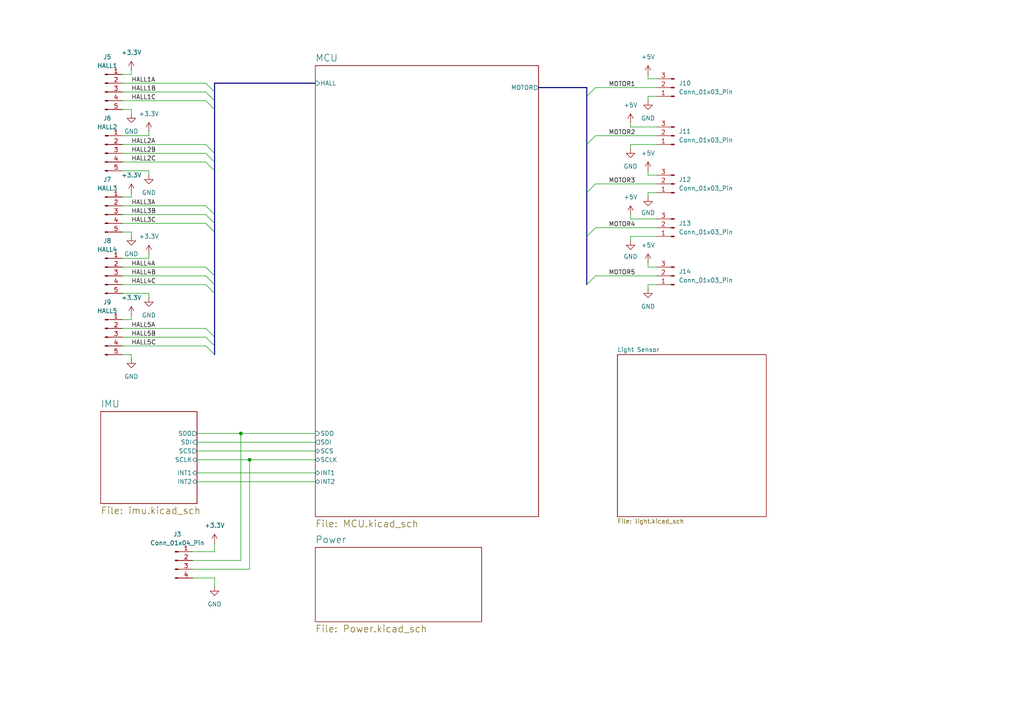
<source format=kicad_sch>
(kicad_sch (version 20231120) (generator "eeschema") (generator_version "8.0")
  (paper "A4")
  (title_block (title "Main") (date "2024-06-14") (rev "V1.0.0"))
  (lib_symbols
    (symbol "Connector:Conn_01x03_Pin" (pin_names (offset 1.016) hide)
      (property "Reference" "J" (at 0 5.08 0))
      (property "Value" "Conn_01x03_Pin" (at 0 -5.08 0))
      (symbol "Conn_01x03_Pin_1_1"
        (polyline (pts (xy 1.27 -2.54) (xy 0.8636 -2.54)) (stroke (width 0.1524)))
        (polyline (pts (xy 1.27 0) (xy 0.8636 0)) (stroke (width 0.1524)))
        (polyline (pts (xy 1.27 2.54) (xy 0.8636 2.54)) (stroke (width 0.1524)))
        (rectangle (start 0.8636 -2.413) (end 0 -2.667) (stroke (width 0.1524)) (fill (type outline)))
        (rectangle (start 0.8636 0.127) (end 0 -0.127) (stroke (width 0.1524)) (fill (type outline)))
        (rectangle (start 0.8636 2.667) (end 0 2.413) (stroke (width 0.1524)) (fill (type outline)))
        (pin passive line (at 5.08 2.54 180) (length 3.81) (name "Pin_1") (number "1"))
        (pin passive line (at 5.08 0 180) (length 3.81) (name "Pin_2") (number "2"))
        (pin passive line (at 5.08 -2.54 180) (length 3.81) (name "Pin_3") (number "3"))
      )
    )
    (symbol "Connector:Conn_01x04_Pin" (pin_names (offset 1.016) hide)
      (property "Reference" "J" (at 0 5.08 0))
      (property "Value" "Conn_01x04_Pin" (at 0 -7.62 0))
      (symbol "Conn_01x04_Pin_1_1"
        (polyline (pts (xy 1.27 -5.08) (xy 0.8636 -5.08)) (stroke (width 0.1524)))
        (polyline (pts (xy 1.27 -2.54) (xy 0.8636 -2.54)) (stroke (width 0.1524)))
        (polyline (pts (xy 1.27 0) (xy 0.8636 0)) (stroke (width 0.1524)))
        (polyline (pts (xy 1.27 2.54) (xy 0.8636 2.54)) (stroke (width 0.1524)))
        (rectangle (start 0.8636 -4.953) (end 0 -5.207) (stroke (width 0.1524)) (fill (type outline)))
        (rectangle (start 0.8636 -2.413) (end 0 -2.667) (stroke (width 0.1524)) (fill (type outline)))
        (rectangle (start 0.8636 0.127) (end 0 -0.127) (stroke (width 0.1524)) (fill (type outline)))
        (rectangle (start 0.8636 2.667) (end 0 2.413) (stroke (width 0.1524)) (fill (type outline)))
        (pin passive line (at 5.08 2.54 180) (length 3.81) (name "Pin_1") (number "1"))
        (pin passive line (at 5.08 0 180) (length 3.81) (name "Pin_2") (number "2"))
        (pin passive line (at 5.08 -2.54 180) (length 3.81) (name "Pin_3") (number "3"))
        (pin passive line (at 5.08 -5.08 180) (length 3.81) (name "Pin_4") (number "4"))
      )
    )
    (symbol "Connector:Conn_01x05_Pin" (pin_names (offset 1.016) hide)
      (property "Reference" "J" (at 0 7.62 0))
      (property "Value" "Conn_01x05_Pin" (at 0 -7.62 0))
      (symbol "Conn_01x05_Pin_1_1"
        (polyline (pts (xy 1.27 -5.08) (xy 0.8636 -5.08)) (stroke (width 0.1524)))
        (polyline (pts (xy 1.27 -2.54) (xy 0.8636 -2.54)) (stroke (width 0.1524)))
        (polyline (pts (xy 1.27 0) (xy 0.8636 0)) (stroke (width 0.1524)))
        (polyline (pts (xy 1.27 2.54) (xy 0.8636 2.54)) (stroke (width 0.1524)))
        (polyline (pts (xy 1.27 5.08) (xy 0.8636 5.08)) (stroke (width 0.1524)))
        (rectangle (start 0.8636 -4.953) (end 0 -5.207) (stroke (width 0.1524)) (fill (type outline)))
        (rectangle (start 0.8636 -2.413) (end 0 -2.667) (stroke (width 0.1524)) (fill (type outline)))
        (rectangle (start 0.8636 0.127) (end 0 -0.127) (stroke (width 0.1524)) (fill (type outline)))
        (rectangle (start 0.8636 2.667) (end 0 2.413) (stroke (width 0.1524)) (fill (type outline)))
        (rectangle (start 0.8636 5.207) (end 0 4.953) (stroke (width 0.1524)) (fill (type outline)))
        (pin passive line (at 5.08 5.08 180) (length 3.81) (name "Pin_1") (number "1"))
        (pin passive line (at 5.08 2.54 180) (length 3.81) (name "Pin_2") (number "2"))
        (pin passive line (at 5.08 0 180) (length 3.81) (name "Pin_3") (number "3"))
        (pin passive line (at 5.08 -2.54 180) (length 3.81) (name "Pin_4") (number "4"))
        (pin passive line (at 5.08 -5.08 180) (length 3.81) (name "Pin_5") (number "5"))
      )
    )
    (symbol "power:+3.3V" (power) (pin_numbers hide) (pin_names (offset 0) hide)
      (property "Value" "+3.3V" (at 0 3.556 0))
      (symbol "+3.3V_0_1"
        (polyline (pts (xy -0.762 1.27) (xy 0 2.54)))
        (polyline (pts (xy 0 0) (xy 0 2.54)))
        (polyline (pts (xy 0 2.54) (xy 0.762 1.27)))
      )
      (symbol "+3.3V_1_1"
        (pin power_in line (at 0 0 90) (length 0) (name "~") (number "1"))
      )
    )
    (symbol "power:+5V" (power) (pin_numbers hide) (pin_names (offset 0) hide)
      (property "Value" "+5V" (at 0 3.556 0))
      (symbol "+5V_0_1"
        (polyline (pts (xy -0.762 1.27) (xy 0 2.54)))
        (polyline (pts (xy 0 0) (xy 0 2.54)))
        (polyline (pts (xy 0 2.54) (xy 0.762 1.27)))
      )
      (symbol "+5V_1_1"
        (pin power_in line (at 0 0 90) (length 0) (name "~") (number "1"))
      )
    )
    (symbol "power:GND" (power) (pin_numbers hide) (pin_names (offset 0) hide)
      (property "Value" "GND" (at 0 -3.81 0))
      (symbol "GND_0_1"
        (polyline (pts (xy 0 0) (xy 0 -1.27) (xy 1.27 -1.27) (xy 0 -2.54) (xy -1.27 -1.27) (xy 0 -1.27)))
      )
      (symbol "GND_1_1"
        (pin power_in line (at 0 0 270) (length 0) (name "~") (number "1"))
      )
    )
  )
  (junction (at 72.39 133.35))
  (junction (at 69.85 125.73))
  (bus_entry (at 59.69 62.23) (size 2.54 2.54))
  (bus_entry (at 59.69 59.69) (size 2.54 2.54))
  (bus_entry (at 59.69 80.01) (size 2.54 2.54))
  (bus_entry (at 59.69 41.91) (size 2.54 2.54))
  (bus_entry (at 59.69 26.67) (size 2.54 2.54))
  (bus_entry (at 59.69 44.45) (size 2.54 2.54))
  (bus_entry (at 59.69 46.99) (size 2.54 2.54))
  (bus_entry (at 59.69 100.33) (size 2.54 2.54))
  (bus_entry (at 170.18 68.58) (size 2.54 -2.54))
  (bus_entry (at 59.69 82.55) (size 2.54 2.54))
  (bus_entry (at 59.69 95.25) (size 2.54 2.54))
  (bus_entry (at 59.69 24.13) (size 2.54 2.54))
  (bus_entry (at 170.18 27.94) (size 2.54 -2.54))
  (bus_entry (at 170.18 55.88) (size 2.54 -2.54))
  (bus_entry (at 59.69 29.21) (size 2.54 2.54))
  (bus_entry (at 59.69 64.77) (size 2.54 2.54))
  (bus_entry (at 59.69 77.47) (size 2.54 2.54))
  (bus_entry (at 170.18 41.91) (size 2.54 -2.54))
  (bus_entry (at 59.69 97.79) (size 2.54 2.54))
  (bus_entry (at 170.18 82.55) (size 2.54 -2.54))
  (wire (pts (xy 187.96 55.88) (xy 187.96 57.15)))
  (bus (pts (xy 62.23 100.33) (xy 62.23 102.87)))
  (wire (pts (xy 38.1 92.71) (xy 35.56 92.71)))
  (bus (pts (xy 62.23 82.55) (xy 62.23 85.09)))
  (wire (pts (xy 69.85 125.73) (xy 91.44 125.73)))
  (bus (pts (xy 62.23 31.75) (xy 62.23 44.45)))
  (bus (pts (xy 170.18 25.4) (xy 170.18 27.94)))
  (bus (pts (xy 62.23 29.21) (xy 62.23 31.75)))
  (wire (pts (xy 69.85 125.73) (xy 69.85 162.56)))
  (bus (pts (xy 62.23 49.53) (xy 62.23 62.23)))
  (wire (pts (xy 38.1 55.88) (xy 38.1 57.15)))
  (wire (pts (xy 172.72 39.37) (xy 190.5 39.37)))
  (bus (pts (xy 170.18 41.91) (xy 170.18 55.88)))
  (bus (pts (xy 62.23 64.77) (xy 62.23 67.31)))
  (wire (pts (xy 57.15 125.73) (xy 69.85 125.73)))
  (wire (pts (xy 38.1 91.44) (xy 38.1 92.71)))
  (wire (pts (xy 35.56 100.33) (xy 59.69 100.33)))
  (wire (pts (xy 35.56 46.99) (xy 59.69 46.99)))
  (wire (pts (xy 72.39 133.35) (xy 91.44 133.35)))
  (wire (pts (xy 72.39 133.35) (xy 72.39 165.1)))
  (wire (pts (xy 187.96 27.94) (xy 187.96 29.21)))
  (wire (pts (xy 190.5 41.91) (xy 182.88 41.91)))
  (wire (pts (xy 57.15 137.16) (xy 91.44 137.16)))
  (wire (pts (xy 43.18 38.1) (xy 43.18 39.37)))
  (wire (pts (xy 43.18 86.36) (xy 43.18 85.09)))
  (wire (pts (xy 35.56 82.55) (xy 59.69 82.55)))
  (wire (pts (xy 57.15 139.7) (xy 91.44 139.7)))
  (wire (pts (xy 35.56 64.77) (xy 59.69 64.77)))
  (bus (pts (xy 62.23 26.67) (xy 62.23 29.21)))
  (wire (pts (xy 190.5 63.5) (xy 182.88 63.5)))
  (wire (pts (xy 38.1 33.02) (xy 38.1 31.75)))
  (bus (pts (xy 62.23 62.23) (xy 62.23 64.77)))
  (bus (pts (xy 62.23 97.79) (xy 62.23 100.33)))
  (wire (pts (xy 38.1 21.59) (xy 35.56 21.59)))
  (wire (pts (xy 35.56 97.79) (xy 59.69 97.79)))
  (wire (pts (xy 182.88 35.56) (xy 182.88 36.83)))
  (wire (pts (xy 55.88 165.1) (xy 72.39 165.1)))
  (wire (pts (xy 62.23 167.64) (xy 62.23 170.18)))
  (wire (pts (xy 38.1 104.14) (xy 38.1 102.87)))
  (wire (pts (xy 182.88 41.91) (xy 182.88 43.18)))
  (bus (pts (xy 170.18 55.88) (xy 170.18 68.58)))
  (wire (pts (xy 190.5 50.8) (xy 187.96 50.8)))
  (wire (pts (xy 35.56 44.45) (xy 59.69 44.45)))
  (wire (pts (xy 190.5 77.47) (xy 187.96 77.47)))
  (bus (pts (xy 62.23 85.09) (xy 62.23 97.79)))
  (wire (pts (xy 190.5 55.88) (xy 187.96 55.88)))
  (wire (pts (xy 35.56 26.67) (xy 59.69 26.67)))
  (bus (pts (xy 62.23 67.31) (xy 62.23 80.01)))
  (bus (pts (xy 62.23 80.01) (xy 62.23 82.55)))
  (wire (pts (xy 182.88 62.23) (xy 182.88 63.5)))
  (wire (pts (xy 38.1 68.58) (xy 38.1 67.31)))
  (wire (pts (xy 172.72 66.04) (xy 190.5 66.04)))
  (bus (pts (xy 62.23 44.45) (xy 62.23 46.99)))
  (wire (pts (xy 35.56 24.13) (xy 59.69 24.13)))
  (bus (pts (xy 62.23 46.99) (xy 62.23 49.53)))
  (wire (pts (xy 190.5 36.83) (xy 182.88 36.83)))
  (wire (pts (xy 172.72 25.4) (xy 190.5 25.4)))
  (wire (pts (xy 62.23 157.48) (xy 62.23 160.02)))
  (wire (pts (xy 38.1 31.75) (xy 35.56 31.75)))
  (wire (pts (xy 35.56 29.21) (xy 59.69 29.21)))
  (bus (pts (xy 62.23 24.13) (xy 62.23 26.67)))
  (wire (pts (xy 35.56 85.09) (xy 43.18 85.09)))
  (wire (pts (xy 187.96 21.59) (xy 187.96 22.86)))
  (wire (pts (xy 172.72 53.34) (xy 190.5 53.34)))
  (wire (pts (xy 35.56 80.01) (xy 59.69 80.01)))
  (wire (pts (xy 43.18 50.8) (xy 43.18 49.53)))
  (wire (pts (xy 55.88 162.56) (xy 69.85 162.56)))
  (wire (pts (xy 190.5 68.58) (xy 182.88 68.58)))
  (wire (pts (xy 38.1 57.15) (xy 35.56 57.15)))
  (wire (pts (xy 187.96 82.55) (xy 187.96 83.82)))
  (wire (pts (xy 57.15 128.27) (xy 91.44 128.27)))
  (wire (pts (xy 187.96 76.2) (xy 187.96 77.47)))
  (wire (pts (xy 35.56 49.53) (xy 43.18 49.53)))
  (wire (pts (xy 55.88 167.64) (xy 62.23 167.64)))
  (bus (pts (xy 156.21 25.4) (xy 170.18 25.4)))
  (wire (pts (xy 38.1 20.32) (xy 38.1 21.59)))
  (wire (pts (xy 57.15 133.35) (xy 72.39 133.35)))
  (wire (pts (xy 35.56 59.69) (xy 59.69 59.69)))
  (wire (pts (xy 182.88 68.58) (xy 182.88 69.85)))
  (wire (pts (xy 190.5 82.55) (xy 187.96 82.55)))
  (wire (pts (xy 55.88 160.02) (xy 62.23 160.02)))
  (wire (pts (xy 190.5 27.94) (xy 187.96 27.94)))
  (wire (pts (xy 38.1 102.87) (xy 35.56 102.87)))
  (wire (pts (xy 35.56 39.37) (xy 43.18 39.37)))
  (wire (pts (xy 187.96 49.53) (xy 187.96 50.8)))
  (wire (pts (xy 35.56 95.25) (xy 59.69 95.25)))
  (wire (pts (xy 35.56 77.47) (xy 59.69 77.47)))
  (bus (pts (xy 170.18 27.94) (xy 170.18 41.91)))
  (wire (pts (xy 190.5 22.86) (xy 187.96 22.86)))
  (bus (pts (xy 170.18 68.58) (xy 170.18 82.55)))
  (wire (pts (xy 57.15 130.81) (xy 91.44 130.81)))
  (wire (pts (xy 38.1 67.31) (xy 35.56 67.31)))
  (wire (pts (xy 172.72 80.01) (xy 190.5 80.01)))
  (wire (pts (xy 43.18 73.66) (xy 43.18 74.93)))
  (bus (pts (xy 91.44 24.13) (xy 62.23 24.13)))
  (wire (pts (xy 35.56 62.23) (xy 59.69 62.23)))
  (wire (pts (xy 35.56 41.91) (xy 59.69 41.91)))
  (wire (pts (xy 35.56 74.93) (xy 43.18 74.93)))
  (label "MOTOR5" (at 176.53 80.01 0))
  (label "HALL1C" (at 38.1 29.21 0))
  (label "HALL2C" (at 38.1 46.99 0))
  (label "HALL3A" (at 38.1 59.69 0))
  (label "HALL4A" (at 38.1 77.47 0))
  (label "MOTOR1" (at 176.53 25.4 0))
  (label "HALL1A" (at 38.1 24.13 0))
  (label "MOTOR4" (at 176.53 66.04 0))
  (label "HALL2A" (at 38.1 41.91 0))
  (label "MOTOR3" (at 176.53 53.34 0))
  (label "HALL2B" (at 38.1 44.45 0))
  (label "HALL4C" (at 38.1 82.55 0))
  (label "HALL3B" (at 38.1 62.23 0))
  (label "HALL5B" (at 38.1 97.79 0))
  (label "HALL3C" (at 38.1 64.77 0))
  (label "HALL4B" (at 38.1 80.01 0))
  (label "HALL1B" (at 38.1 26.67 0))
  (label "HALL5C" (at 38.1 100.33 0))
  (label "MOTOR2" (at 176.53 39.37 0))
  (label "HALL5A" (at 38.1 95.25 0))
  (symbol (lib_id "power:GND") (at 182.88 43.18 0) (unit 1)
    (property "Reference" "#PWR056" (effects (hide yes)))
    (property "Value" "GND" (at 182.88 48.26 0))
    (property "Description" "Power symbol creates a global label with name \"GND\" , ground" (effects (hide yes)))
  )
  (symbol (lib_id "power:+5V") (at 182.88 62.23 0) (unit 1)
    (property "Reference" "#PWR059" (effects (hide yes)))
    (property "Value" "+5V" (at 182.88 57.15 0))
    (property "Description" "Power symbol creates a global label with name \"+5V\"" (effects (hide yes)))
  )
  (symbol (lib_id "power:+3.3V") (at 62.23 157.48 0) (unit 1)
    (property "Reference" "#PWR043" (effects (hide yes)))
    (property "Value" "+3.3V" (at 62.23 152.4 0))
    (property "Description" "Power symbol creates a global label with name \"+3.3V\"" (effects (hide yes)))
  )
  (symbol (lib_id "power:+3.3V") (at 43.18 38.1 0) (unit 1)
    (property "Reference" "#PWR045" (effects (hide yes)))
    (property "Value" "+3.3V" (at 43.18 33.02 0))
    (property "Description" "Power symbol creates a global label with name \"+3.3V\"" (effects (hide yes)))
  )
  (symbol (lib_id "Connector:Conn_01x05_Pin") (at 30.48 97.79 0) (unit 1)
    (property "Reference" "J9" (at 31.115 87.63 0))
    (property "Value" "HALL5" (at 31.115 90.17 0))
    (property "Description" "Generic connector, single row, 01x05, script generated" (effects (hide yes)))
  )
  (symbol (lib_id "power:GND") (at 43.18 50.8 0) (unit 1)
    (property "Reference" "#PWR046" (effects (hide yes)))
    (property "Value" "GND" (at 43.18 55.88 0))
    (property "Description" "Power symbol creates a global label with name \"GND\" , ground" (effects (hide yes)))
  )
  (symbol (lib_id "power:GND") (at 187.96 29.21 0) (unit 1)
    (property "Reference" "#PWR053" (effects (hide yes)))
    (property "Value" "GND" (at 187.96 34.29 0))
    (property "Description" "Power symbol creates a global label with name \"GND\" , ground" (effects (hide yes)))
  )
  (symbol (lib_id "Connector:Conn_01x03_Pin") (at 195.58 25.4 180) (unit 1)
    (property "Reference" "J10" (at 196.85 24.1299 0) (effects (justify right)))
    (property "Value" "Conn_01x03_Pin" (at 196.85 26.6699 0) (effects (justify right)))
    (property "Footprint" "Connector_PinHeader_2.54mm:PinHeader_1x03_P2.54mm_Vertical" (effects (hide yes)))
    (property "Description" "Generic connector, single row, 01x03, script generated" (effects (hide yes)))
  )
  (symbol (lib_id "Connector:Conn_01x05_Pin") (at 30.48 62.23 0) (unit 1)
    (property "Reference" "J7" (at 31.115 52.07 0))
    (property "Value" "HALL3" (at 31.115 54.61 0))
    (property "Description" "Generic connector, single row, 01x05, script generated" (effects (hide yes)))
  )
  (symbol (lib_id "power:+3.3V") (at 38.1 91.44 0) (unit 1)
    (property "Reference" "#PWR051" (effects (hide yes)))
    (property "Value" "+3.3V" (at 38.1 86.36 0))
    (property "Description" "Power symbol creates a global label with name \"+3.3V\"" (effects (hide yes)))
  )
  (symbol (lib_id "power:+5V") (at 187.96 21.59 0) (unit 1)
    (property "Reference" "#PWR054" (effects (hide yes)))
    (property "Value" "+5V" (at 187.96 16.51 0))
    (property "Description" "Power symbol creates a global label with name \"+5V\"" (effects (hide yes)))
  )
  (symbol (lib_id "power:GND") (at 182.88 69.85 0) (unit 1)
    (property "Reference" "#PWR060" (effects (hide yes)))
    (property "Value" "GND" (at 182.88 74.422 0))
    (property "Description" "Power symbol creates a global label with name \"GND\" , ground" (effects (hide yes)))
  )
  (symbol (lib_id "power:+5V") (at 182.88 35.56 0) (unit 1)
    (property "Reference" "#PWR055" (effects (hide yes)))
    (property "Value" "+5V" (at 182.88 30.48 0))
    (property "Description" "Power symbol creates a global label with name \"+5V\"" (effects (hide yes)))
  )
  (symbol (lib_id "Connector:Conn_01x05_Pin") (at 30.48 44.45 0) (unit 1)
    (property "Reference" "J6" (at 31.115 34.29 0))
    (property "Value" "HALL2" (at 31.115 36.83 0))
    (property "Description" "Generic connector, single row, 01x05, script generated" (effects (hide yes)))
  )
  (symbol (lib_id "power:GND") (at 43.18 86.36 0) (unit 1)
    (property "Reference" "#PWR050" (effects (hide yes)))
    (property "Value" "GND" (at 43.18 91.44 0))
    (property "Description" "Power symbol creates a global label with name \"GND\" , ground" (effects (hide yes)))
  )
  (symbol (lib_id "Connector:Conn_01x05_Pin") (at 30.48 26.67 0) (unit 1)
    (property "Reference" "J5" (at 31.115 16.51 0))
    (property "Value" "HALL1" (at 31.115 19.05 0))
    (property "Description" "Generic connector, single row, 01x05, script generated" (effects (hide yes)))
  )
  (symbol (lib_id "Connector:Conn_01x03_Pin") (at 195.58 53.34 180) (unit 1)
    (property "Reference" "J12" (at 196.85 52.0699 0) (effects (justify right)))
    (property "Value" "Conn_01x03_Pin" (at 196.85 54.6099 0) (effects (justify right)))
    (property "Footprint" "Connector_PinHeader_2.54mm:PinHeader_1x03_P2.54mm_Vertical" (effects (hide yes)))
    (property "Description" "Generic connector, single row, 01x03, script generated" (effects (hide yes)))
  )
  (symbol (lib_id "power:GND") (at 62.23 170.18 0) (unit 1)
    (property "Reference" "#PWR042" (effects (hide yes)))
    (property "Value" "GND" (at 62.23 175.26 0))
    (property "Description" "Power symbol creates a global label with name \"GND\" , ground" (effects (hide yes)))
  )
  (symbol (lib_id "power:+5V") (at 187.96 76.2 0) (unit 1)
    (property "Reference" "#PWR061" (effects (hide yes)))
    (property "Value" "+5V" (at 187.96 71.12 0))
    (property "Description" "Power symbol creates a global label with name \"+5V\"" (effects (hide yes)))
  )
  (symbol (lib_id "power:+3.3V") (at 43.18 73.66 0) (unit 1)
    (property "Reference" "#PWR049" (effects (hide yes)))
    (property "Value" "+3.3V" (at 43.18 68.58 0))
    (property "Description" "Power symbol creates a global label with name \"+3.3V\"" (effects (hide yes)))
  )
  (symbol (lib_id "Connector:Conn_01x03_Pin") (at 195.58 80.01 180) (unit 1)
    (property "Reference" "J14" (at 196.85 78.7399 0) (effects (justify right)))
    (property "Value" "Conn_01x03_Pin" (at 196.85 81.2799 0) (effects (justify right)))
    (property "Footprint" "Connector_PinHeader_2.54mm:PinHeader_1x03_P2.54mm_Vertical" (effects (hide yes)))
    (property "Description" "Generic connector, single row, 01x03, script generated" (effects (hide yes)))
  )
  (symbol (lib_id "power:+5V") (at 187.96 49.53 0) (unit 1)
    (property "Reference" "#PWR057" (effects (hide yes)))
    (property "Value" "+5V" (at 187.96 44.45 0))
    (property "Description" "Power symbol creates a global label with name \"+5V\"" (effects (hide yes)))
  )
  (symbol (lib_id "Connector:Conn_01x03_Pin") (at 195.58 39.37 180) (unit 1)
    (property "Reference" "J11" (at 196.85 38.0999 0) (effects (justify right)))
    (property "Value" "Conn_01x03_Pin" (at 196.85 40.6399 0) (effects (justify right)))
    (property "Footprint" "Connector_PinHeader_2.54mm:PinHeader_1x03_P2.54mm_Vertical" (effects (hide yes)))
    (property "Description" "Generic connector, single row, 01x03, script generated" (effects (hide yes)))
  )
  (symbol (lib_id "power:+3.3V") (at 38.1 20.32 0) (unit 1)
    (property "Reference" "#PWR017" (effects (hide yes)))
    (property "Value" "+3.3V" (at 38.1 15.24 0))
    (property "Description" "Power symbol creates a global label with name \"+3.3V\"" (effects (hide yes)))
  )
  (symbol (lib_id "Connector:Conn_01x03_Pin") (at 195.58 66.04 180) (unit 1)
    (property "Reference" "J13" (at 196.85 64.7699 0) (effects (justify right)))
    (property "Value" "Conn_01x03_Pin" (at 196.85 67.3099 0) (effects (justify right)))
    (property "Footprint" "Connector_PinHeader_2.54mm:PinHeader_1x03_P2.54mm_Vertical" (effects (hide yes)))
    (property "Description" "Generic connector, single row, 01x03, script generated" (effects (hide yes)))
  )
  (symbol (lib_id "power:GND") (at 187.96 57.15 0) (unit 1)
    (property "Reference" "#PWR058" (effects (hide yes)))
    (property "Value" "GND" (at 187.96 61.722 0))
    (property "Description" "Power symbol creates a global label with name \"GND\" , ground" (effects (hide yes)))
  )
  (symbol (lib_id "Connector:Conn_01x04_Pin") (at 50.8 162.56 0) (unit 1)
    (property "Reference" "J3" (at 51.435 154.94 0))
    (property "Value" "Conn_01x04_Pin" (at 51.435 157.48 0))
    (property "Description" "Generic connector, single row, 01x04, script generated" (effects (hide yes)))
  )
  (symbol (lib_id "power:GND") (at 38.1 33.02 0) (unit 1)
    (property "Reference" "#PWR035" (effects (hide yes)))
    (property "Value" "GND" (at 38.1 38.1 0))
    (property "Description" "Power symbol creates a global label with name \"GND\" , ground" (effects (hide yes)))
  )
  (symbol (lib_id "power:GND") (at 187.96 83.82 0) (unit 1)
    (property "Reference" "#PWR062" (effects (hide yes)))
    (property "Value" "GND" (at 187.96 88.9 0))
    (property "Description" "Power symbol creates a global label with name \"GND\" , ground" (effects (hide yes)))
  )
  (symbol (lib_id "power:GND") (at 38.1 104.14 0) (unit 1)
    (property "Reference" "#PWR052" (effects (hide yes)))
    (property "Value" "GND" (at 38.1 109.22 0))
    (property "Description" "Power symbol creates a global label with name \"GND\" , ground" (effects (hide yes)))
  )
  (symbol (lib_id "Connector:Conn_01x05_Pin") (at 30.48 80.01 0) (unit 1)
    (property "Reference" "J8" (at 31.115 69.85 0))
    (property "Value" "HALL4" (at 31.115 72.39 0))
    (property "Description" "Generic connector, single row, 01x05, script generated" (effects (hide yes)))
  )
  (symbol (lib_id "power:+3.3V") (at 38.1 55.88 0) (unit 1)
    (property "Reference" "#PWR047" (effects (hide yes)))
    (property "Value" "+3.3V" (at 38.1 50.8 0))
    (property "Description" "Power symbol creates a global label with name \"+3.3V\"" (effects (hide yes)))
  )
  (symbol (lib_id "power:GND") (at 38.1 68.58 0) (unit 1)
    (property "Reference" "#PWR048" (effects (hide yes)))
    (property "Value" "GND" (at 38.1 73.66 0))
    (property "Description" "Power symbol creates a global label with name \"GND\" , ground" (effects (hide yes)))
  )
  (sheet (at 179.07 102.87) (size 43.18 46.99) (stroke (width 0.1524))
    (property "Sheetname" "Light Sensor" (at 179.07 102.1584 0) (effects (justify left bottom)))
    (property "Sheetfile" "light.kicad_sch" (at 179.07 150.4446 0) (effects (justify left top)))
  )
  (sheet (at 91.44 158.75) (size 48.26 21.59) (stroke (width 0.1524))
    (property "Sheetname" "Power" (at 91.44 157.6734 0) (effects (font (size 2 2)) (justify left bottom)))
    (property "Sheetfile" "Power.kicad_sch" (at 91.44 181.2166 0) (effects (font (size 2 2)) (justify left top)))
  )
  (sheet (at 29.21 119.38) (size 27.94 26.67) (stroke (width 0.1524))
    (property "Sheetname" "IMU" (at 29.21 118.3034 0) (effects (font (size 2 2)) (justify left bottom)))
    (property "Sheetfile" "imu.kicad_sch" (at 29.21 146.9266 0) (effects (font (size 2 2)) (justify left top)))
    (pin "SDO" output (at 57.15 125.73 0))
    (pin "SCS" output (at 57.15 130.81 0))
    (pin "INT1" bidirectional (at 57.15 137.16 0))
    (pin "INT2" bidirectional (at 57.15 139.7 0))
    (pin "SCLK" bidirectional (at 57.15 133.35 0))
    (pin "SDI" input (at 57.15 128.27 0))
  )
  (sheet (at 91.44 19.05) (size 64.77 130.81) (stroke (width 0.1524))
    (property "Sheetname" "MCU" (at 91.44 17.9734 0) (effects (font (size 2 2)) (justify left bottom)))
    (property "Sheetfile" "MCU.kicad_sch" (at 91.44 150.7366 0) (effects (font (size 2 2)) (justify left top)))
    (pin "MOTOR" output (at 156.21 25.4 0))
    (pin "SDI" output (at 91.44 128.27 180))
    (pin "INT1" bidirectional (at 91.44 137.16 180))
    (pin "SDO" input (at 91.44 125.73 180))
    (pin "SCLK" bidirectional (at 91.44 133.35 180))
    (pin "INT2" bidirectional (at 91.44 139.7 180))
    (pin "SCS" bidirectional (at 91.44 130.81 180))
    (pin "HALL" input (at 91.44 24.13 180))
  )
)
</source>
